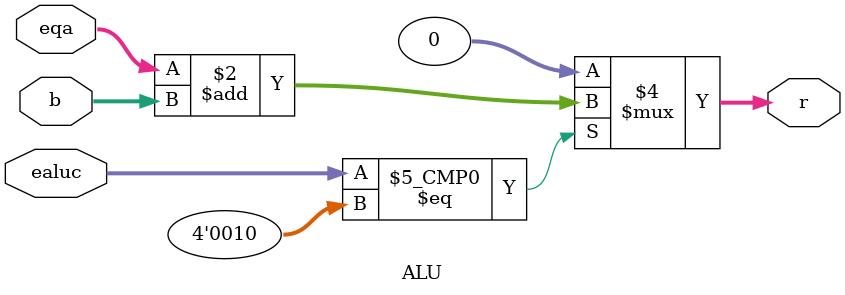
<source format=v>
`timescale 1ns / 1ps

module ALU(
    input [31:0] eqa,
    input [31:0] b,
    input [3:0] ealuc,
    output reg [31:0] r
    );
    always@(eqa, b, ealuc) begin
       case(ealuc)
            4'b0010: begin
                 r = eqa + b;
            end
            default: begin          
                 r = 0;
            end
        endcase
    end
endmodule

</source>
